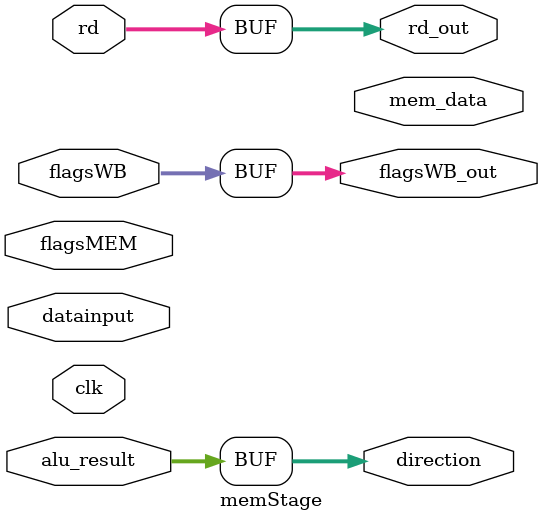
<source format=v>
module memStage(
	input clk,
	input [31:0] alu_result,
	input [31:0] datainput,
	input [4:0] rd,
	input [2:0] flagsMEM,
	input [1:0] flagsWB,
	output [1:0] flagsWB_out,
	output [31:0] mem_data,
	output [31:0] direction,
	output [4:0] rd_out
);

	

	
	assign flagsWB_out = flagsWB;
	assign direction = alu_result;
	assign rd_out = rd;

endmodule
</source>
